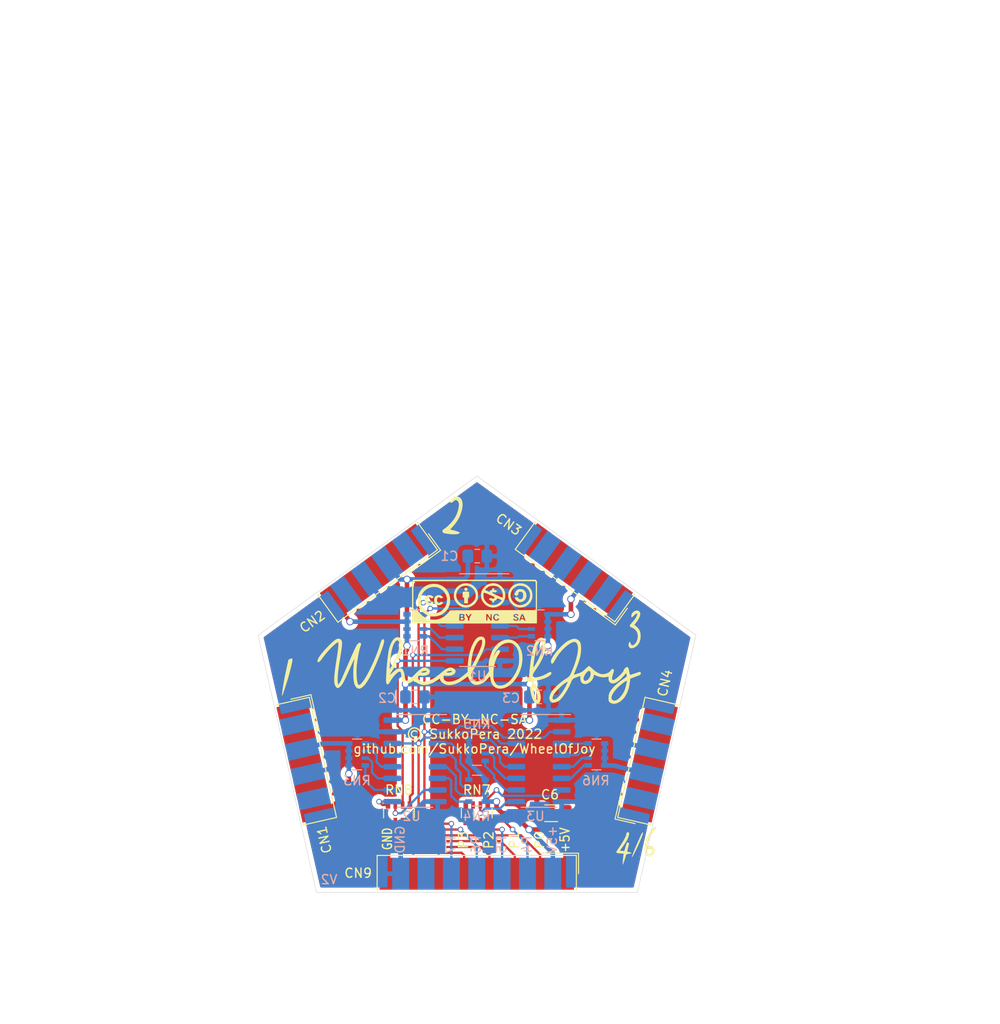
<source format=kicad_pcb>
(kicad_pcb (version 20171130) (host pcbnew 5.1.12)
  (title_block (title WheelOfJoy) (date 2022-10-23) (rev 2git) (company SukkoPera))
  (layers (0 F.Cu signal) (31 B.Cu signal) (36 B.SilkS user) (37 F.SilkS user) (38 B.Mask user hide) (39 F.Mask user) (44 Edge.Cuts user))
  (net 0 "")
  (net 1 GND)
  (net 2 +5V)
  (net 3 "Net-(CN1-Pad6)")
  (net 4 "Net-(CN1-Pad1)")
  (net 5 "Net-(CN1-Pad2)")
  (net 6 "Net-(CN1-Pad4)")
  (net 7 "Net-(CN1-Pad3)")
  (net 8 "Net-(CN2-Pad6)")
  (net 9 "Net-(CN2-Pad1)")
  (net 10 "Net-(CN2-Pad2)")
  (net 11 "Net-(CN2-Pad4)")
  (net 12 "Net-(CN2-Pad3)")
  (net 13 "Net-(CN3-Pad3)")
  (net 14 "Net-(CN3-Pad4)")
  (net 15 "Net-(CN3-Pad2)")
  (net 16 "Net-(CN3-Pad1)")
  (net 17 "Net-(CN3-Pad6)")
  (net 18 "Net-(CN4-Pad6)")
  (net 19 "Net-(CN4-Pad1)")
  (net 20 "Net-(CN4-Pad2)")
  (net 21 "Net-(CN4-Pad4)")
  (net 22 "Net-(CN4-Pad3)")
  (net 23 /d2)
  (net 24 /d0)
  (net 25 /d7)
  (net 26 /d5)
  (net 27 /d6)
  (net 28 /d1)
  (net 29 /d3)
  (net 30 /d4)
  (net 31 "Net-(CN9-Pad10)")
  (net 32 "Net-(CN9-Pad5)")
  (net 33 "Net-(CN9-Pad4)")
  (net 34 "Net-(CN9-Pad3)")
  (net 35 "Net-(CN9-Pad2)")
  (net 36 "Net-(CN1-Pad9)")
  (net 37 "Net-(CN2-Pad9)")
  (net 38 "Net-(CN3-Pad9)")
  (net 39 "Net-(CN4-Pad9)")
  (net 40 "Net-(CN9-Pad14)")
  (net 41 "Net-(CN9-Pad7)")
  (net 42 /~reset)
  (net 43 "Net-(CN9-Pad11)")
  (net 44 "Net-(RN7-Pad1)")
  (net 45 "Net-(RN7-Pad2)")
  (net 46 "Net-(RN7-Pad7)")
  (net 47 "Net-(RN7-Pad8)")
  (module Package_SO:SOIC-16_3.9x9.9mm_P1.27mm (layer B.Cu) (at 148.655 105.793815 180)
    (fp_text reference U1 (at 0 -6.093185 180) (layer B.SilkS) (effects (justify mirror)))
    (fp_text value 74LS153)
    (pad 16 smd roundrect (at 2.475 4.445 180) (size 1.95 0.6) (layers B.Cu B.Paste B.Mask) (net 2 +5V))
    (pad 15 smd roundrect (at 2.475 3.175 180) (size 1.95 0.6) (layers B.Cu B.Paste B.Mask) (net 1 GND))
    (pad 14 smd roundrect (at 2.475 1.905 180) (size 1.95 0.6) (layers B.Cu B.Paste B.Mask) (net 27 /d6))
    (pad 13 smd roundrect (at 2.475 0.635 180) (size 1.95 0.6) (layers B.Cu B.Paste B.Mask) (net 20 "Net-(CN4-Pad2)"))
    (pad 12 smd roundrect (at 2.475 -0.635 180) (size 1.95 0.6) (layers B.Cu B.Paste B.Mask) (net 15 "Net-(CN3-Pad2)"))
    (pad 11 smd roundrect (at 2.475 -1.905 180) (size 1.95 0.6) (layers B.Cu B.Paste B.Mask) (net 10 "Net-(CN2-Pad2)"))
    (pad 10 smd roundrect (at 2.475 -3.175 180) (size 1.95 0.6) (layers B.Cu B.Paste B.Mask) (net 5 "Net-(CN1-Pad2)"))
    (pad 9 smd roundrect (at 2.475 -4.445 180) (size 1.95 0.6) (layers B.Cu B.Paste B.Mask) (net 28 /d1))
    (pad 8 smd roundrect (at -2.475 -4.445 180) (size 1.95 0.6) (layers B.Cu B.Paste B.Mask) (net 1 GND))
    (pad 7 smd roundrect (at -2.475 -3.175 180) (size 1.95 0.6) (layers B.Cu B.Paste B.Mask) (net 24 /d0))
    (pad 6 smd roundrect (at -2.475 -1.905 180) (size 1.95 0.6) (layers B.Cu B.Paste B.Mask) (net 4 "Net-(CN1-Pad1)"))
    (pad 5 smd roundrect (at -2.475 -0.635 180) (size 1.95 0.6) (layers B.Cu B.Paste B.Mask) (net 9 "Net-(CN2-Pad1)"))
    (pad 4 smd roundrect (at -2.475 0.635 180) (size 1.95 0.6) (layers B.Cu B.Paste B.Mask) (net 16 "Net-(CN3-Pad1)"))
    (pad 3 smd roundrect (at -2.475 1.905 180) (size 1.95 0.6) (layers B.Cu B.Paste B.Mask) (net 19 "Net-(CN4-Pad1)"))
    (pad 2 smd roundrect (at -2.475 3.175 180) (size 1.95 0.6) (layers B.Cu B.Paste B.Mask) (net 25 /d7))
    (pad 1 smd roundrect (at -2.475 4.445 180) (size 1.95 0.6) (layers B.Cu B.Paste B.Mask) (net 1 GND))
  )
  (module Package_SO:SOIC-16_3.9x9.9mm_P1.27mm (layer B.Cu) (at 155.386 121.158 180)
    (fp_text reference U3 (at 0.381 -6.038 180) (layer B.SilkS) (effects (justify mirror)))
    (fp_text value 74LS153)
    (pad 16 smd roundrect (at 2.475 4.445 180) (size 1.95 0.6) (layers B.Cu B.Paste B.Mask) (net 2 +5V))
    (pad 15 smd roundrect (at 2.475 3.175 180) (size 1.95 0.6) (layers B.Cu B.Paste B.Mask) (net 1 GND))
    (pad 14 smd roundrect (at 2.475 1.905 180) (size 1.95 0.6) (layers B.Cu B.Paste B.Mask) (net 27 /d6))
    (pad 13 smd roundrect (at 2.475 0.635 180) (size 1.95 0.6) (layers B.Cu B.Paste B.Mask) (net 39 "Net-(CN4-Pad9)"))
    (pad 12 smd roundrect (at 2.475 -0.635 180) (size 1.95 0.6) (layers B.Cu B.Paste B.Mask) (net 38 "Net-(CN3-Pad9)"))
    (pad 11 smd roundrect (at 2.475 -1.905 180) (size 1.95 0.6) (layers B.Cu B.Paste B.Mask) (net 37 "Net-(CN2-Pad9)"))
    (pad 10 smd roundrect (at 2.475 -3.175 180) (size 1.95 0.6) (layers B.Cu B.Paste B.Mask) (net 36 "Net-(CN1-Pad9)"))
    (pad 9 smd roundrect (at 2.475 -4.445 180) (size 1.95 0.6) (layers B.Cu B.Paste B.Mask) (net 26 /d5))
    (pad 8 smd roundrect (at -2.475 -4.445 180) (size 1.95 0.6) (layers B.Cu B.Paste B.Mask) (net 1 GND))
    (pad 7 smd roundrect (at -2.475 -3.175 180) (size 1.95 0.6) (layers B.Cu B.Paste B.Mask) (net 30 /d4))
    (pad 6 smd roundrect (at -2.475 -1.905 180) (size 1.95 0.6) (layers B.Cu B.Paste B.Mask) (net 3 "Net-(CN1-Pad6)"))
    (pad 5 smd roundrect (at -2.475 -0.635 180) (size 1.95 0.6) (layers B.Cu B.Paste B.Mask) (net 8 "Net-(CN2-Pad6)"))
    (pad 4 smd roundrect (at -2.475 0.635 180) (size 1.95 0.6) (layers B.Cu B.Paste B.Mask) (net 17 "Net-(CN3-Pad6)"))
    (pad 3 smd roundrect (at -2.475 1.905 180) (size 1.95 0.6) (layers B.Cu B.Paste B.Mask) (net 18 "Net-(CN4-Pad6)"))
    (pad 2 smd roundrect (at -2.475 3.175 180) (size 1.95 0.6) (layers B.Cu B.Paste B.Mask) (net 25 /d7))
    (pad 1 smd roundrect (at -2.475 4.445 180) (size 1.95 0.6) (layers B.Cu B.Paste B.Mask) (net 1 GND))
  )
  (module Package_SO:SOIC-16_3.9x9.9mm_P1.27mm (layer B.Cu) (at 141.844112 121.158 180)
    (fp_text reference U2 (at 0.381 -6.038 180) (layer B.SilkS) (effects (justify mirror)))
    (fp_text value 74LS153)
    (pad 1 smd roundrect (at -2.475 4.445 180) (size 1.95 0.6) (layers B.Cu B.Paste B.Mask) (net 1 GND))
    (pad 2 smd roundrect (at -2.475 3.175 180) (size 1.95 0.6) (layers B.Cu B.Paste B.Mask) (net 25 /d7))
    (pad 3 smd roundrect (at -2.475 1.905 180) (size 1.95 0.6) (layers B.Cu B.Paste B.Mask) (net 22 "Net-(CN4-Pad3)"))
    (pad 4 smd roundrect (at -2.475 0.635 180) (size 1.95 0.6) (layers B.Cu B.Paste B.Mask) (net 13 "Net-(CN3-Pad3)"))
    (pad 5 smd roundrect (at -2.475 -0.635 180) (size 1.95 0.6) (layers B.Cu B.Paste B.Mask) (net 12 "Net-(CN2-Pad3)"))
    (pad 6 smd roundrect (at -2.475 -1.905 180) (size 1.95 0.6) (layers B.Cu B.Paste B.Mask) (net 7 "Net-(CN1-Pad3)"))
    (pad 7 smd roundrect (at -2.475 -3.175 180) (size 1.95 0.6) (layers B.Cu B.Paste B.Mask) (net 23 /d2))
    (pad 8 smd roundrect (at -2.475 -4.445 180) (size 1.95 0.6) (layers B.Cu B.Paste B.Mask) (net 1 GND))
    (pad 9 smd roundrect (at 2.475 -4.445 180) (size 1.95 0.6) (layers B.Cu B.Paste B.Mask) (net 29 /d3))
    (pad 10 smd roundrect (at 2.475 -3.175 180) (size 1.95 0.6) (layers B.Cu B.Paste B.Mask) (net 6 "Net-(CN1-Pad4)"))
    (pad 11 smd roundrect (at 2.475 -1.905 180) (size 1.95 0.6) (layers B.Cu B.Paste B.Mask) (net 11 "Net-(CN2-Pad4)"))
    (pad 12 smd roundrect (at 2.475 -0.635 180) (size 1.95 0.6) (layers B.Cu B.Paste B.Mask) (net 14 "Net-(CN3-Pad4)"))
    (pad 13 smd roundrect (at 2.475 0.635 180) (size 1.95 0.6) (layers B.Cu B.Paste B.Mask) (net 21 "Net-(CN4-Pad4)"))
    (pad 14 smd roundrect (at 2.475 1.905 180) (size 1.95 0.6) (layers B.Cu B.Paste B.Mask) (net 27 /d6))
    (pad 15 smd roundrect (at 2.475 3.175 180) (size 1.95 0.6) (layers B.Cu B.Paste B.Mask) (net 1 GND))
    (pad 16 smd roundrect (at 2.475 4.445 180) (size 1.95 0.6) (layers B.Cu B.Paste B.Mask) (net 2 +5V))
  )
  (module WheelOfJoy:port4 (layer F.Cu) (at 165.989 130.429)
    (fp_text reference V5 hide)
    (fp_text value PORT4_NO hide)
  )
  (module WheelOfJoy:port1 (layer F.Cu) (at 128.905 112.014)
    (fp_text reference V2 hide)
    (fp_text value PORT1_NO hide)
  )
  (module WheelOfJoy:port2 (layer F.Cu) (at 146.431 94.361)
    (fp_text reference V3 hide)
    (fp_text value PORT2_NO hide)
  )
  (module WheelOfJoy:port3 (layer F.Cu) (at 166.751 106.807)
    (fp_text reference V4 hide)
    (fp_text value PORT3_NO hide)
  )
  (module WheelOfJoy:logo (layer F.Cu) (at 148.844 111.252)
    (fp_text reference V0 hide)
    (fp_text value LOGO hide)
  )
  (module Connector_Dsub:DSUB-9_Male_EdgeMount_P2.77mm (layer F.Cu) (at 129.836621 121.216673 282.8)
    (fp_text reference CN1 (at 8.815495 -0.16981 102.8 unlocked) (layer F.SilkS))
    (fp_text value JOY1)
    (pad 1 smd rect (at -5.54 0 282.8) (size 1.846667 3.48) (layers F.Cu F.Paste F.Mask) (net 4 "Net-(CN1-Pad1)"))
    (pad 2 smd rect (at -2.77 0 282.8) (size 1.846667 3.48) (layers F.Cu F.Paste F.Mask) (net 5 "Net-(CN1-Pad2)"))
    (pad 3 smd rect (at 0 0 282.8) (size 1.846667 3.48) (layers F.Cu F.Paste F.Mask) (net 7 "Net-(CN1-Pad3)"))
    (pad 4 smd rect (at 2.77 0 282.8) (size 1.846667 3.48) (layers F.Cu F.Paste F.Mask) (net 6 "Net-(CN1-Pad4)"))
    (pad 5 smd rect (at 5.54 0 282.8) (size 1.846667 3.48) (layers F.Cu F.Paste F.Mask) (net 2 +5V))
    (pad 6 smd rect (at -4.155 0 282.8) (size 1.846667 3.48) (layers B.Cu B.Paste B.Mask) (net 3 "Net-(CN1-Pad6)"))
    (pad 7 smd rect (at -1.385 0 282.8) (size 1.846667 3.48) (layers B.Cu B.Paste B.Mask) (net 2 +5V))
    (pad 8 smd rect (at 1.385 0 282.8) (size 1.846667 3.48) (layers B.Cu B.Paste B.Mask) (net 1 GND))
    (pad 9 smd rect (at 4.155 0 282.8) (size 1.846667 3.48) (layers B.Cu B.Paste B.Mask) (net 36 "Net-(CN1-Pad9)"))
  )
  (module Connector_Dsub:DSUB-9_Male_EdgeMount_P2.77mm (layer F.Cu) (at 137.690511 100.457 216)
    (fp_text reference CN2 (at 8.952565 -0.306876 36 unlocked) (layer F.SilkS))
    (fp_text value JOY2)
    (pad 9 smd rect (at 4.155 0 216) (size 1.846667 3.48) (layers B.Cu B.Paste B.Mask) (net 37 "Net-(CN2-Pad9)"))
    (pad 8 smd rect (at 1.385 0 216) (size 1.846667 3.48) (layers B.Cu B.Paste B.Mask) (net 1 GND))
    (pad 7 smd rect (at -1.385001 0 216) (size 1.846667 3.48) (layers B.Cu B.Paste B.Mask) (net 2 +5V))
    (pad 6 smd rect (at -4.155 0 216) (size 1.846667 3.48) (layers B.Cu B.Paste B.Mask) (net 8 "Net-(CN2-Pad6)"))
    (pad 5 smd rect (at 5.54 0 216) (size 1.846667 3.48) (layers F.Cu F.Paste F.Mask) (net 2 +5V))
    (pad 4 smd rect (at 2.77 0 216) (size 1.846667 3.48) (layers F.Cu F.Paste F.Mask) (net 11 "Net-(CN2-Pad4)"))
    (pad 3 smd rect (at 0 0 216) (size 1.846667 3.48) (layers F.Cu F.Paste F.Mask) (net 12 "Net-(CN2-Pad3)"))
    (pad 2 smd rect (at -2.77 0 216) (size 1.846667 3.48) (layers F.Cu F.Paste F.Mask) (net 10 "Net-(CN2-Pad2)"))
    (pad 1 smd rect (at -5.54 0 216) (size 1.846667 3.48) (layers F.Cu F.Paste F.Mask) (net 9 "Net-(CN2-Pad1)"))
  )
  (module Connector_Dsub:DSUB-9_Male_EdgeMount_P2.77mm (layer F.Cu) (at 159.407511 100.404917 144)
    (fp_text reference CN3 (at 8.91867 -0.215738 144) (layer F.SilkS))
    (fp_text value JOY3)
    (pad 9 smd rect (at 4.155 0 144) (size 1.846667 3.48) (layers B.Cu B.Paste B.Mask) (net 38 "Net-(CN3-Pad9)"))
    (pad 8 smd rect (at 1.385 0 144) (size 1.846667 3.48) (layers B.Cu B.Paste B.Mask) (net 1 GND))
    (pad 7 smd rect (at -1.385 0 144) (size 1.846667 3.48) (layers B.Cu B.Paste B.Mask) (net 2 +5V))
    (pad 6 smd rect (at -4.155 0 144) (size 1.846667 3.48) (layers B.Cu B.Paste B.Mask) (net 17 "Net-(CN3-Pad6)"))
    (pad 5 smd rect (at 5.54 0 144) (size 1.846667 3.48) (layers F.Cu F.Paste F.Mask) (net 2 +5V))
    (pad 4 smd rect (at 2.77 0 144) (size 1.846667 3.48) (layers F.Cu F.Paste F.Mask) (net 14 "Net-(CN3-Pad4)"))
    (pad 3 smd rect (at 0 0 144) (size 1.846667 3.48) (layers F.Cu F.Paste F.Mask) (net 13 "Net-(CN3-Pad3)"))
    (pad 2 smd rect (at -2.77 0 144) (size 1.846667 3.48) (layers F.Cu F.Paste F.Mask) (net 15 "Net-(CN3-Pad2)"))
    (pad 1 smd rect (at -5.54 0 144) (size 1.846667 3.48) (layers F.Cu F.Paste F.Mask) (net 16 "Net-(CN3-Pad1)"))
  )
  (module Connector_Dsub:DSUB-9_Male_EdgeMount_P2.77mm (layer F.Cu) (at 167.428621 121.216673 77.2)
    (fp_text reference CN4 (at 8.723367 -0.21881 77.2) (layer F.SilkS))
    (fp_text value JOY4)
    (pad 1 smd rect (at -5.54 0 77.2) (size 1.846667 3.48) (layers F.Cu F.Paste F.Mask) (net 19 "Net-(CN4-Pad1)"))
    (pad 2 smd rect (at -2.77 0 77.2) (size 1.846667 3.48) (layers F.Cu F.Paste F.Mask) (net 20 "Net-(CN4-Pad2)"))
    (pad 3 smd rect (at 0 0 77.2) (size 1.846667 3.48) (layers F.Cu F.Paste F.Mask) (net 22 "Net-(CN4-Pad3)"))
    (pad 4 smd rect (at 2.77 0 77.2) (size 1.846667 3.48) (layers F.Cu F.Paste F.Mask) (net 21 "Net-(CN4-Pad4)"))
    (pad 5 smd rect (at 5.54 0 77.2) (size 1.846667 3.48) (layers F.Cu F.Paste F.Mask) (net 2 +5V))
    (pad 6 smd rect (at -4.155 0 77.2) (size 1.846667 3.48) (layers B.Cu B.Paste B.Mask) (net 18 "Net-(CN4-Pad6)"))
    (pad 7 smd rect (at -1.385 0 77.2) (size 1.846667 3.48) (layers B.Cu B.Paste B.Mask) (net 2 +5V))
    (pad 8 smd rect (at 1.385 0 77.2) (size 1.846667 3.48) (layers B.Cu B.Paste B.Mask) (net 1 GND))
    (pad 9 smd rect (at 4.155 0 77.2) (size 1.846667 3.48) (layers B.Cu B.Paste B.Mask) (net 39 "Net-(CN4-Pad9)"))
  )
  (module Connector_Dsub:DSUB-15_Female_EdgeMount_P2.77mm (layer F.Cu) (at 148.59 133.477)
    (fp_text reference CN9 (at -12.954 -0.0675 180) (layer F.SilkS))
    (fp_text value DB15F)
    (pad 15 smd rect (at -8.31 0) (size 1.846667 3.48) (layers B.Cu B.Paste B.Mask) (net 1 GND))
    (pad 14 smd rect (at -5.54 0) (size 1.846667 3.48) (layers B.Cu B.Paste B.Mask) (net 40 "Net-(CN9-Pad14)"))
    (pad 13 smd rect (at -2.77 0) (size 1.846667 3.48) (layers B.Cu B.Paste B.Mask) (net 25 /d7))
    (pad 12 smd rect (at 0 0) (size 1.846667 3.48) (layers B.Cu B.Paste B.Mask) (net 27 /d6))
    (pad 11 smd rect (at 2.77 0) (size 1.846667 3.48) (layers B.Cu B.Paste B.Mask) (net 43 "Net-(CN9-Pad11)"))
    (pad 10 smd rect (at 5.54 0) (size 1.846667 3.48) (layers B.Cu B.Paste B.Mask) (net 31 "Net-(CN9-Pad10)"))
    (pad 9 smd rect (at 8.31 0) (size 1.846667 3.48) (layers B.Cu B.Paste B.Mask) (net 2 +5V))
    (pad 8 smd rect (at -9.695 0) (size 1.846667 3.48) (layers F.Cu F.Paste F.Mask) (net 1 GND))
    (pad 7 smd rect (at -6.925 0) (size 1.846667 3.48) (layers F.Cu F.Paste F.Mask) (net 41 "Net-(CN9-Pad7)"))
    (pad 6 smd rect (at -4.155 0) (size 1.846667 3.48) (layers F.Cu F.Paste F.Mask) (net 42 /~reset))
    (pad 5 smd rect (at -1.385 0) (size 1.846667 3.48) (layers F.Cu F.Paste F.Mask) (net 32 "Net-(CN9-Pad5)"))
    (pad 4 smd rect (at 1.385 0) (size 1.846667 3.48) (layers F.Cu F.Paste F.Mask) (net 33 "Net-(CN9-Pad4)"))
    (pad 3 smd rect (at 4.155 0) (size 1.846667 3.48) (layers F.Cu F.Paste F.Mask) (net 34 "Net-(CN9-Pad3)"))
    (pad 2 smd rect (at 6.925 0) (size 1.846667 3.48) (layers F.Cu F.Paste F.Mask) (net 35 "Net-(CN9-Pad2)"))
    (pad 1 smd rect (at 9.695 0) (size 1.846667 3.48) (layers F.Cu F.Paste F.Mask) (net 2 +5V))
  )
  (module WheelOfJoy:cc_by_nc_sa (layer F.Cu) (at 148.336 103.759)
    (fp_text reference V1 hide)
    (fp_text value OSHW_LOGO hide)
  )
  (module Resistor_SMD:R_Array_Convex_4x0603 (layer B.Cu) (at 141.87 106.358815 180)
    (fp_text reference RN1 (at 0 -2.788) (layer B.SilkS) (effects (justify mirror)))
    (fp_text value 4.7k)
    (pad 1 smd rect (at -0.9 1.2 180) (size 0.8 0.5) (layers B.Cu B.Paste B.Mask) (net 20 "Net-(CN4-Pad2)"))
    (pad 3 smd rect (at -0.9 -0.4 180) (size 0.8 0.4) (layers B.Cu B.Paste B.Mask) (net 10 "Net-(CN2-Pad2)"))
    (pad 2 smd rect (at -0.9 0.4 180) (size 0.8 0.4) (layers B.Cu B.Paste B.Mask) (net 15 "Net-(CN3-Pad2)"))
    (pad 4 smd rect (at -0.9 -1.2 180) (size 0.8 0.5) (layers B.Cu B.Paste B.Mask) (net 5 "Net-(CN1-Pad2)"))
    (pad 7 smd rect (at 0.9 0.4 180) (size 0.8 0.4) (layers B.Cu B.Paste B.Mask) (net 2 +5V))
    (pad 8 smd rect (at 0.9 1.2 180) (size 0.8 0.5) (layers B.Cu B.Paste B.Mask) (net 2 +5V))
    (pad 6 smd rect (at 0.9 -0.4 180) (size 0.8 0.4) (layers B.Cu B.Paste B.Mask) (net 2 +5V))
    (pad 5 smd rect (at 0.9 -1.2 180) (size 0.8 0.5) (layers B.Cu B.Paste B.Mask) (net 2 +5V))
  )
  (module Resistor_SMD:R_Array_Convex_4x0603 (layer B.Cu) (at 155.459 106.358815 180)
    (fp_text reference RN2 (at 0 -2.788) (layer B.SilkS) (effects (justify mirror)))
    (fp_text value 4.7k)
    (pad 5 smd rect (at 0.9 -1.2 180) (size 0.8 0.5) (layers B.Cu B.Paste B.Mask) (net 4 "Net-(CN1-Pad1)"))
    (pad 6 smd rect (at 0.9 -0.4 180) (size 0.8 0.4) (layers B.Cu B.Paste B.Mask) (net 9 "Net-(CN2-Pad1)"))
    (pad 8 smd rect (at 0.9 1.2 180) (size 0.8 0.5) (layers B.Cu B.Paste B.Mask) (net 19 "Net-(CN4-Pad1)"))
    (pad 7 smd rect (at 0.9 0.4 180) (size 0.8 0.4) (layers B.Cu B.Paste B.Mask) (net 16 "Net-(CN3-Pad1)"))
    (pad 4 smd rect (at -0.9 -1.2 180) (size 0.8 0.5) (layers B.Cu B.Paste B.Mask) (net 2 +5V))
    (pad 2 smd rect (at -0.9 0.4 180) (size 0.8 0.4) (layers B.Cu B.Paste B.Mask) (net 2 +5V))
    (pad 3 smd rect (at -0.9 -0.4 180) (size 0.8 0.4) (layers B.Cu B.Paste B.Mask) (net 2 +5V))
    (pad 1 smd rect (at -0.9 1.2 180) (size 0.8 0.5) (layers B.Cu B.Paste B.Mask) (net 2 +5V))
  )
  (module Capacitor_SMD:C_0805_2012Metric_Pad1.18x1.45mm_HandSolder (layer B.Cu) (at 148.655 98.806)
    (fp_text reference C1 (at -3.048 0) (layer B.SilkS) (effects (justify mirror)))
    (fp_text value 100n)
    (pad 1 smd roundrect (at -1.0375 0) (size 1.175 1.45) (layers B.Cu B.Paste B.Mask) (roundrect_rratio 0.212766) (net 2 +5V))
    (pad 2 smd roundrect (at 1.0375 0) (size 1.175 1.45) (layers B.Cu B.Paste B.Mask) (roundrect_rratio 0.212766) (net 1 GND))
  )
  (module Capacitor_SMD:C_0805_2012Metric_Pad1.18x1.45mm_HandSolder (layer B.Cu) (at 141.844112 114.173)
    (fp_text reference C2 (at -3.048 0.127) (layer B.SilkS) (effects (justify mirror)))
    (fp_text value 100n)
    (pad 2 smd roundrect (at 1.0375 0) (size 1.175 1.45) (layers B.Cu B.Paste B.Mask) (roundrect_rratio 0.212766) (net 1 GND))
    (pad 1 smd roundrect (at -1.0375 0) (size 1.175 1.45) (layers B.Cu B.Paste B.Mask) (roundrect_rratio 0.212766) (net 2 +5V))
  )
  (module Capacitor_SMD:C_0805_2012Metric_Pad1.18x1.45mm_HandSolder (layer B.Cu) (at 155.386 114.173)
    (fp_text reference C3 (at -3.048 0.127) (layer B.SilkS) (effects (justify mirror)))
    (fp_text value 100n)
    (pad 1 smd roundrect (at -1.0375 0) (size 1.175 1.45) (layers B.Cu B.Paste B.Mask) (roundrect_rratio 0.212766) (net 2 +5V))
    (pad 2 smd roundrect (at 1.0375 0) (size 1.175 1.45) (layers B.Cu B.Paste B.Mask) (roundrect_rratio 0.212766) (net 1 GND))
  )
  (module Capacitor_SMD:C_1206_3216Metric_Pad1.33x1.80mm_HandSolder (layer F.Cu) (at 156.7225 126.873 180)
    (fp_text reference C6 (at 0.1315 2.032) (layer F.SilkS))
    (fp_text value 100u)
    (pad 1 smd roundrect (at -1.5625 0 180) (size 1.325 1.8) (layers F.Cu F.Paste F.Mask) (roundrect_rratio 0.188679) (net 2 +5V))
    (pad 2 smd roundrect (at 1.5625 0 180) (size 1.325 1.8) (layers F.Cu F.Paste F.Mask) (roundrect_rratio 0.188679) (net 1 GND))
  )
  (module Resistor_SMD:R_Array_Convex_4x0603 (layer F.Cu) (at 148.59 126.873 90)
    (fp_text reference RN7 (at 2.54 0 180) (layer F.SilkS))
    (fp_text value 100)
    (pad 1 smd rect (at -0.9 -1.2 90) (size 0.8 0.5) (layers F.Cu F.Paste F.Mask) (net 44 "Net-(RN7-Pad1)"))
    (pad 3 smd rect (at -0.9 0.4 90) (size 0.8 0.4) (layers F.Cu F.Paste F.Mask) (net 43 "Net-(CN9-Pad11)"))
    (pad 2 smd rect (at -0.9 -0.4 90) (size 0.8 0.4) (layers F.Cu F.Paste F.Mask) (net 45 "Net-(RN7-Pad2)"))
    (pad 4 smd rect (at -0.9 1.2 90) (size 0.8 0.5) (layers F.Cu F.Paste F.Mask) (net 31 "Net-(CN9-Pad10)"))
    (pad 7 smd rect (at 0.9 -0.4 90) (size 0.8 0.4) (layers F.Cu F.Paste F.Mask) (net 46 "Net-(RN7-Pad7)"))
    (pad 8 smd rect (at 0.9 -1.2 90) (size 0.8 0.5) (layers F.Cu F.Paste F.Mask) (net 47 "Net-(RN7-Pad8)"))
    (pad 6 smd rect (at 0.9 0.4 90) (size 0.8 0.4) (layers F.Cu F.Paste F.Mask) (net 26 /d5))
    (pad 5 smd rect (at 0.9 1.2 90) (size 0.8 0.5) (layers F.Cu F.Paste F.Mask) (net 30 /d4))
  )
  (module Resistor_SMD:R_Array_Convex_4x0603 (layer F.Cu) (at 140.095 126.873 90)
    (fp_text reference RN8 (at 2.54 -0.014 180) (layer F.SilkS))
    (fp_text value 100)
    (pad 5 smd rect (at 0.9 1.2 90) (size 0.8 0.5) (layers F.Cu F.Paste F.Mask) (net 24 /d0))
    (pad 6 smd rect (at 0.9 0.4 90) (size 0.8 0.4) (layers F.Cu F.Paste F.Mask) (net 28 /d1))
    (pad 8 smd rect (at 0.9 -1.2 90) (size 0.8 0.5) (layers F.Cu F.Paste F.Mask) (net 29 /d3))
    (pad 7 smd rect (at 0.9 -0.4 90) (size 0.8 0.4) (layers F.Cu F.Paste F.Mask) (net 23 /d2))
    (pad 4 smd rect (at -0.9 1.2 90) (size 0.8 0.5) (layers F.Cu F.Paste F.Mask) (net 35 "Net-(CN9-Pad2)"))
    (pad 2 smd rect (at -0.9 -0.4 90) (size 0.8 0.4) (layers F.Cu F.Paste F.Mask) (net 33 "Net-(CN9-Pad4)"))
    (pad 3 smd rect (at -0.9 0.4 90) (size 0.8 0.4) (layers F.Cu F.Paste F.Mask) (net 34 "Net-(CN9-Pad3)"))
    (pad 1 smd rect (at -0.9 -1.2 90) (size 0.8 0.5) (layers F.Cu F.Paste F.Mask) (net 32 "Net-(CN9-Pad5)"))
  )
  (module Resistor_SMD:R_Array_Convex_4x0603 (layer B.Cu) (at 135.517513 120.453 180)
    (fp_text reference RN3 (at 0 -2.862327) (layer B.SilkS) (effects (justify mirror)))
    (fp_text value 4.7k)
    (pad 1 smd rect (at -0.9 1.2 180) (size 0.8 0.5) (layers B.Cu B.Paste B.Mask) (net 21 "Net-(CN4-Pad4)"))
    (pad 3 smd rect (at -0.9 -0.4 180) (size 0.8 0.4) (layers B.Cu B.Paste B.Mask) (net 11 "Net-(CN2-Pad4)"))
    (pad 2 smd rect (at -0.9 0.4 180) (size 0.8 0.4) (layers B.Cu B.Paste B.Mask) (net 14 "Net-(CN3-Pad4)"))
    (pad 4 smd rect (at -0.9 -1.2 180) (size 0.8 0.5) (layers B.Cu B.Paste B.Mask) (net 6 "Net-(CN1-Pad4)"))
    (pad 7 smd rect (at 0.9 0.4 180) (size 0.8 0.4) (layers B.Cu B.Paste B.Mask) (net 2 +5V))
    (pad 8 smd rect (at 0.9 1.2 180) (size 0.8 0.5) (layers B.Cu B.Paste B.Mask) (net 2 +5V))
    (pad 6 smd rect (at 0.9 -0.4 180) (size 0.8 0.4) (layers B.Cu B.Paste B.Mask) (net 2 +5V))
    (pad 5 smd rect (at 0.9 -1.2 180) (size 0.8 0.5) (layers B.Cu B.Paste B.Mask) (net 2 +5V))
  )
  (module Resistor_SMD:R_Array_Convex_4x0603 (layer B.Cu) (at 148.615056 124.403 180)
    (fp_text reference RN4 (at 0.04262 -2.794) (layer B.SilkS) (effects (justify mirror)))
    (fp_text value 4.7k)
    (pad 1 smd rect (at -0.9 1.2 180) (size 0.8 0.5) (layers B.Cu B.Paste B.Mask) (net 2 +5V))
    (pad 3 smd rect (at -0.9 -0.4 180) (size 0.8 0.4) (layers B.Cu B.Paste B.Mask) (net 2 +5V))
    (pad 2 smd rect (at -0.9 0.4 180) (size 0.8 0.4) (layers B.Cu B.Paste B.Mask) (net 2 +5V))
    (pad 4 smd rect (at -0.9 -1.2 180) (size 0.8 0.5) (layers B.Cu B.Paste B.Mask) (net 2 +5V))
    (pad 7 smd rect (at 0.9 0.4 180) (size 0.8 0.4) (layers B.Cu B.Paste B.Mask) (net 13 "Net-(CN3-Pad3)"))
    (pad 8 smd rect (at 0.9 1.2 180) (size 0.8 0.5) (layers B.Cu B.Paste B.Mask) (net 22 "Net-(CN4-Pad3)"))
    (pad 6 smd rect (at 0.9 -0.4 180) (size 0.8 0.4) (layers B.Cu B.Paste B.Mask) (net 12 "Net-(CN2-Pad3)"))
    (pad 5 smd rect (at 0.9 -1.2 180) (size 0.8 0.5) (layers B.Cu B.Paste B.Mask) (net 7 "Net-(CN1-Pad3)"))
  )
  (module Resistor_SMD:R_Array_Convex_4x0603 (layer B.Cu) (at 148.615056 119.958 180)
    (fp_text reference RN5 (at 0 2.8) (layer B.SilkS) (effects (justify mirror)))
    (fp_text value 4.7k)
    (pad 5 smd rect (at 0.9 -1.2 180) (size 0.8 0.5) (layers B.Cu B.Paste B.Mask) (net 2 +5V))
    (pad 6 smd rect (at 0.9 -0.4 180) (size 0.8 0.4) (layers B.Cu B.Paste B.Mask) (net 2 +5V))
    (pad 8 smd rect (at 0.9 1.2 180) (size 0.8 0.5) (layers B.Cu B.Paste B.Mask) (net 2 +5V))
    (pad 7 smd rect (at 0.9 0.4 180) (size 0.8 0.4) (layers B.Cu B.Paste B.Mask) (net 2 +5V))
    (pad 4 smd rect (at -0.9 -1.2 180) (size 0.8 0.5) (layers B.Cu B.Paste B.Mask) (net 36 "Net-(CN1-Pad9)"))
    (pad 2 smd rect (at -0.9 0.4 180) (size 0.8 0.4) (layers B.Cu B.Paste B.Mask) (net 38 "Net-(CN3-Pad9)"))
    (pad 3 smd rect (at -0.9 -0.4 180) (size 0.8 0.4) (layers B.Cu B.Paste B.Mask) (net 37 "Net-(CN2-Pad9)"))
    (pad 1 smd rect (at -0.9 1.2 180) (size 0.8 0.5) (layers B.Cu B.Paste B.Mask) (net 39 "Net-(CN4-Pad9)"))
  )
  (module Resistor_SMD:R_Array_Convex_4x0603 (layer B.Cu) (at 161.66 120.453 180)
    (fp_text reference RN6 (at 0.059164 -2.862327) (layer B.SilkS) (effects (justify mirror)))
    (fp_text value 4.7k)
    (pad 1 smd rect (at -0.9 1.2 180) (size 0.8 0.5) (layers B.Cu B.Paste B.Mask) (net 2 +5V))
    (pad 3 smd rect (at -0.9 -0.4 180) (size 0.8 0.4) (layers B.Cu B.Paste B.Mask) (net 2 +5V))
    (pad 2 smd rect (at -0.9 0.4 180) (size 0.8 0.4) (layers B.Cu B.Paste B.Mask) (net 2 +5V))
    (pad 4 smd rect (at -0.9 -1.2 180) (size 0.8 0.5) (layers B.Cu B.Paste B.Mask) (net 2 +5V))
    (pad 7 smd rect (at 0.9 0.4 180) (size 0.8 0.4) (layers B.Cu B.Paste B.Mask) (net 17 "Net-(CN3-Pad6)"))
    (pad 8 smd rect (at 0.9 1.2 180) (size 0.8 0.5) (layers B.Cu B.Paste B.Mask) (net 18 "Net-(CN4-Pad6)"))
    (pad 6 smd rect (at 0.9 -0.4 180) (size 0.8 0.4) (layers B.Cu B.Paste B.Mask) (net 8 "Net-(CN2-Pad6)"))
    (pad 5 smd rect (at 0.9 -1.2 180) (size 0.8 0.5) (layers B.Cu B.Paste B.Mask) (net 3 "Net-(CN1-Pad6)"))
  )
  (gr_text V2 (at 132.461 134.112) (layer B.SilkS) (effects (font (size 1 1)) (justify mirror)))
  (gr_text +5V (at 156.8325 129.754381 90) (layer B.SilkS) (effects (font (size 1 1)) (justify mirror)))
  (gr_text GND (at 140.2125 129.754381 90) (layer B.SilkS) (effects (font (size 1 1)) (justify mirror)))
  (gr_text P7 (at 145.7525 130.302 90) (layer B.SilkS) (effects (font (size 1 1)) (justify mirror)))
  (gr_text P6 (at 148.5225 130.302 90) (layer B.SilkS) (effects (font (size 1 1)) (justify mirror)))
  (gr_text P5 (at 151.2925 130.302 90) (layer B.SilkS) (effects (font (size 1 1)) (justify mirror)))
  (gr_text P4 (at 154.0625 130.302 90) (layer B.SilkS) (effects (font (size 1 1)) (justify mirror)))
  (gr_text +5V (at 158.2175 129.794 90) (layer F.SilkS) (effects (font (size 1 0.9))))
  (gr_text GND (at 138.8275 129.667 90) (layer F.SilkS) (effects (font (size 1 0.8))))
  (gr_text P3 (at 147.1375 129.794 90) (layer F.SilkS) (effects (font (size 1 1))))
  (gr_text P2 (at 149.9075 129.794 90) (layer F.SilkS) (effects (font (size 1 1))))
  (gr_text P1 (at 152.6775 129.794 90) (layer F.SilkS) (effects (font (size 1 1))))
  (gr_text P0 (at 155.4475 129.794 90) (layer F.SilkS) (effects (font (size 1 1))))
  (gr_text "CC-BY-NC-SA\n© SukkoPera 2022\ngithub.com/SukkoPera/WheelOfJoy" (at 148.336 118.237) (layer F.SilkS) (effects (font (size 1 1))))
  (gr_line (start 172.5295 107.442) (end 148.6154 90.0684) (layer Edge.Cuts) (width 0.05))
  (gr_line (start 166.1414 135.509) (end 172.5295 107.442) (layer Edge.Cuts) (width 0.05))
  (gr_line (start 124.714 107.442) (end 148.6154 90.0684) (layer Edge.Cuts) (width 0.05))
  (gr_line (start 131.0894 135.509) (end 124.714 107.442) (layer Edge.Cuts) (width 0.05))
  (gr_line (start 166.1414 135.509) (end 131.0894 135.509) (layer Edge.Cuts) (width 0.05))
  (segment (start 162.56 121.653) (end 162.56 120.853) (width 0.5) (layer B.Cu) (net 2))
  (segment (start 162.56 120.853) (end 162.56 120.053) (width 0.5) (layer B.Cu) (net 2))
  (segment (start 162.56 120.053) (end 162.56 119.253) (width 0.5) (layer B.Cu) (net 2))
  (segment (start 163.576 121.666) (end 167.121776 122.567255) (width 0.5) (layer B.Cu) (net 2))
  (segment (start 162.56 121.653) (end 163.576 121.666) (width 0.5) (layer B.Cu) (net 2))
  (segment (start 149.515056 125.603) (end 149.515056 124.803) (width 0.5) (layer B.Cu) (net 2))
  (segment (start 149.515056 124.803) (end 149.515056 124.003) (width 0.5) (layer B.Cu) (net 2))
  (segment (start 149.515056 124.003) (end 149.515056 123.203) (width 0.5) (layer B.Cu) (net 2))
  (segment (start 147.715056 121.158) (end 147.715056 120.358) (width 0.5) (layer B.Cu) (net 2))
  (segment (start 147.715056 120.358) (end 147.715056 119.558) (width 0.5) (layer B.Cu) (net 2))
  (segment (start 147.715056 119.558) (end 147.715056 118.758) (width 0.5) (layer B.Cu) (net 2))
  (segment (start 149.515056 123.099056) (end 149.515056 123.203) (width 0.5) (layer B.Cu) (net 2))
  (segment (start 147.715056 121.299056) (end 149.515056 123.099056) (width 0.5) (layer B.Cu) (net 2))
  (segment (start 147.715056 121.158) (end 147.715056 121.299056) (width 0.5) (layer B.Cu) (net 2))
  (segment (start 147.6175 98.806) (end 147.6175 100.9215) (width 0.5) (layer B.Cu) (net 2))
  (segment (start 147.190185 101.348815) (end 146.18 101.348815) (width 0.5) (layer B.Cu) (net 2))
  (segment (start 147.6175 100.9215) (end 147.190185 101.348815) (width 0.5) (layer B.Cu) (net 2))
  (segment (start 156.359 105.158815) (end 156.359 105.958815) (width 0.5) (layer B.Cu) (net 2))
  (segment (start 156.359 105.958815) (end 156.359 106.758815) (width 0.5) (layer B.Cu) (net 2))
  (segment (start 156.359 106.758815) (end 156.359 107.558815) (width 0.5) (layer B.Cu) (net 2))
  (segment (start 140.97 105.158815) (end 140.97 105.958815) (width 0.5) (layer B.Cu) (net 2))
  (segment (start 140.97 105.958815) (end 140.97 106.758815) (width 0.5) (layer B.Cu) (net 2))
  (segment (start 140.97 106.758815) (end 140.97 107.558815) (width 0.5) (layer B.Cu) (net 2))
  (via (at 140.806612 112.776) (size 0.8) (drill 0.6) (layers F.Cu B.Cu) (net 2))
  (segment (start 140.806612 112.812388) (end 140.843 112.776) (width 0.5) (layer B.Cu) (net 2))
  (segment (start 140.806612 114.173) (end 140.806612 112.812388) (width 0.5) (layer B.Cu) (net 2))
  (via (at 140.97 108.585) (size 0.8) (drill 0.6) (layers F.Cu B.Cu) (net 2))
  (segment (start 140.97 108.585) (end 140.97 107.558815) (width 0.5) (layer B.Cu) (net 2))
  (via (at 134.747 105.958815) (size 0.8) (drill 0.6) (layers F.Cu B.Cu) (net 2))
  (segment (start 140.97 105.958815) (end 134.874 105.958815) (width 0.5) (layer B.Cu) (net 2))
  (segment (start 133.208557 103.71333) (end 133.208557 104.252557) (width 0.5) (layer F.Cu) (net 2))
  (segment (start 134.239 105.283) (end 133.208557 103.71333) (width 0.5) (layer F.Cu) (net 2))
  (segment (start 134.747 105.958815) (end 134.239 105.283) (width 0.5) (layer F.Cu) (net 2))
  (segment (start 134.617513 119.253) (end 134.617513 120.053) (width 0.5) (layer B.Cu) (net 2))
  (segment (start 134.617513 120.053) (end 134.617513 120.853) (width 0.5) (layer B.Cu) (net 2))
  (segment (start 134.617513 120.853) (end 134.617513 121.653) (width 0.5) (layer B.Cu) (net 2))
  (segment (start 131.953 119.253) (end 134.617513 119.253) (width 0.5) (layer B.Cu) (net 2))
  (segment (start 130.175 119.634) (end 131.953 119.253) (width 0.5) (layer B.Cu) (net 2))
  (segment (start 129.529776 119.866091) (end 130.175 119.634) (width 0.5) (layer B.Cu) (net 2))
  (via (at 134.62 122.555) (size 0.8) (drill 0.6) (layers F.Cu B.Cu) (net 2))
  (segment (start 134.62 121.655487) (end 134.617513 121.653) (width 0.5) (layer B.Cu) (net 2))
  (segment (start 134.62 122.555) (end 134.62 121.655487) (width 0.5) (layer B.Cu) (net 2))
  (segment (start 134.62 124.46) (end 134.62 122.555) (width 0.5) (layer F.Cu) (net 2))
  (segment (start 132.842 126.111) (end 134.62 124.46) (width 0.5) (layer F.Cu) (net 2))
  (segment (start 131.064 126.619) (end 132.842 126.111) (width 0.5) (layer F.Cu) (net 2))
  (via (at 154.3485 112.776) (size 0.8) (drill 0.6) (layers F.Cu B.Cu) (net 2))
  (segment (start 140.806612 112.776) (end 154.432 112.776) (width 0.5) (layer B.Cu) (net 2))
  (segment (start 154.3485 114.173) (end 154.3485 112.776) (width 0.5) (layer B.Cu) (net 2))
  (via (at 156.359 108.585) (size 0.8) (drill 0.6) (layers F.Cu B.Cu) (net 2))
  (segment (start 154.3485 110.5735) (end 156.337 108.585) (width 0.5) (layer F.Cu) (net 2))
  (segment (start 154.3485 112.776) (end 154.3485 110.5735) (width 0.5) (layer F.Cu) (net 2))
  (segment (start 156.359 108.585) (end 156.359 107.558815) (width 0.5) (layer B.Cu) (net 2))
  (via (at 154.3485 116.713) (size 0.8) (drill 0.6) (layers F.Cu B.Cu) (net 2))
  (segment (start 154.3485 116.6695) (end 154.305 116.713) (width 0.5) (layer F.Cu) (net 2))
  (segment (start 154.3485 112.776) (end 154.3485 116.6695) (width 0.5) (layer F.Cu) (net 2))
  (segment (start 154.3485 116.713) (end 152.911 116.713) (width 0.5) (layer B.Cu) (net 2))
  (via (at 140.806612 116.713) (size 0.8) (drill 0.6) (layers F.Cu B.Cu) (net 2))
  (segment (start 140.806612 116.622388) (end 140.716 116.713) (width 0.5) (layer B.Cu) (net 2))
  (segment (start 140.806612 116.713) (end 139.369112 116.713) (width 0.5) (layer B.Cu) (net 2))
  (segment (start 140.806612 112.776) (end 140.806612 116.713) (width 0.5) (layer F.Cu) (net 2))
  (segment (start 158.285 126.873) (end 158.285 128.44) (width 0.5) (layer F.Cu) (net 2))
  (segment (start 158.285 128.44) (end 158.285 133.477) (width 0.5) (layer F.Cu) (net 2))
  (via (at 150.749 125.603004) (size 0.8) (drill 0.6) (layers F.Cu B.Cu) (net 2))
  (segment (start 149.515056 125.603) (end 150.748996 125.603) (width 0.5) (layer B.Cu) (net 2))
  (segment (start 150.748996 125.603) (end 150.749 125.603004) (width 0.5) (layer B.Cu) (net 2))
  (via (at 154.304992 128.651) (size 0.8) (drill 0.6) (layers F.Cu B.Cu) (net 2))
  (segment (start 156.9 131.246008) (end 154.304992 128.651) (width 0.5) (layer B.Cu) (net 2))
  (segment (start 156.9 133.477) (end 156.9 131.246008) (width 0.5) (layer B.Cu) (net 2))
  (segment (start 158.285 127.084) (end 158.285 126.873) (width 0.5) (layer F.Cu) (net 2))
  (segment (start 156.718 128.651) (end 158.285 127.084) (width 0.5) (layer F.Cu) (net 2))
  (segment (start 154.304992 128.651) (end 156.718 128.651) (width 0.5) (layer F.Cu) (net 2))
  (segment (start 150.749 126.238) (end 150.749 125.603004) (width 0.5) (layer F.Cu) (net 2))
  (segment (start 152.527 126.873) (end 151.384 126.873) (width 0.5) (layer F.Cu) (net 2))
  (segment (start 154.304992 128.650992) (end 152.527 126.873) (width 0.5) (layer F.Cu) (net 2))
  (segment (start 151.384 126.873) (end 150.749 126.238) (width 0.5) (layer F.Cu) (net 2))
  (segment (start 154.304992 128.651) (end 154.304992 128.650992) (width 0.5) (layer F.Cu) (net 2))
  (segment (start 140.806612 109.183612) (end 140.806612 112.776) (width 0.5) (layer F.Cu) (net 2))
  (segment (start 140.97 109.020224) (end 140.806612 109.183612) (width 0.5) (layer F.Cu) (net 2))
  (segment (start 140.97 108.585) (end 140.97 109.020224) (width 0.5) (layer F.Cu) (net 2))
  (segment (start 140.208 101.348815) (end 138.811 99.642917) (width 0.5) (layer B.Cu) (net 2))
  (segment (start 140.97 101.35163) (end 140.967185 101.348815) (width 0.5) (layer F.Cu) (net 2))
  (segment (start 140.97 104.521) (end 140.97 101.35163) (width 0.5) (layer F.Cu) (net 2))
  (segment (start 140.967185 101.348815) (end 140.208 101.348815) (width 0.5) (layer B.Cu) (net 2))
  (via (at 140.967185 101.348815) (size 0.8) (drill 0.6) (layers F.Cu B.Cu) (net 2))
  (segment (start 146.18 101.348815) (end 140.967185 101.348815) (width 0.5) (layer B.Cu) (net 2))
  (via (at 158.877 103.505) (size 0.8) (drill 0.6) (layers F.Cu B.Cu) (net 2))
  (via (at 158.877 105.156) (size 0.8) (drill 0.6) (layers F.Cu B.Cu) (net 2))
  (segment (start 158.877 103.505) (end 158.877 105.156) (width 0.5) (layer F.Cu) (net 2))
  (segment (start 156.361815 105.156) (end 156.359 105.158815) (width 0.5) (layer B.Cu) (net 2))
  (segment (start 158.877 105.156) (end 156.361815 105.156) (width 0.5) (layer B.Cu) (net 2))
  (segment (start 160.274 101.6) (end 158.877 103.505) (width 0.5) (layer B.Cu) (net 2))
  (segment (start 160.528 101.219) (end 160.274 101.6) (width 0.5) (layer B.Cu) (net 2))
  (segment (start 140.97 104.521) (end 140.97 108.585) (width 0.5) (layer F.Cu) (net 2))
  (segment (start 158.877 123.063) (end 157.861 123.063) (width 0.25) (layer B.Cu) (net 3))
  (segment (start 160.287 121.653) (end 158.877 123.063) (width 0.25) (layer B.Cu) (net 3))
  (segment (start 160.8126 121.653) (end 160.287 121.653) (width 0.25) (layer B.Cu) (net 3))
  (segment (start 154.559 107.558815) (end 153.172185 107.558815) (width 0.25) (layer B.Cu) (net 4))
  (segment (start 153.032185 107.698815) (end 151.13 107.698815) (width 0.25) (layer B.Cu) (net 4))
  (segment (start 153.172185 107.558815) (end 153.032185 107.698815) (width 0.25) (layer B.Cu) (net 4))
  (segment (start 142.77 107.558815) (end 143.372815 107.558815) (width 0.25) (layer B.Cu) (net 5))
  (segment (start 144.782815 108.968815) (end 146.18 108.968815) (width 0.25) (layer B.Cu) (net 5))
  (segment (start 143.372815 107.558815) (end 144.782815 108.968815) (width 0.25) (layer B.Cu) (net 5))
  (segment (start 136.417513 121.653) (end 136.417513 123.336513) (width 0.25) (layer B.Cu) (net 6))
  (segment (start 137.414 124.333) (end 139.369112 124.333) (width 0.25) (layer B.Cu) (net 6))
  (segment (start 136.417513 123.336513) (end 137.414 124.333) (width 0.25) (layer B.Cu) (net 6))
  (segment (start 144.319112 123.063) (end 145.542 123.063) (width 0.25) (layer B.Cu) (net 7))
  (segment (start 145.542 123.063) (end 145.796 123.317) (width 0.25) (layer B.Cu) (net 7))
  (segment (start 145.796 123.317) (end 145.796 124.968) (width 0.25) (layer B.Cu) (net 7))
  (segment (start 146.431 125.603) (end 147.715056 125.603) (width 0.25) (layer B.Cu) (net 7))
  (segment (start 145.796 124.968) (end 146.431 125.603) (width 0.25) (layer B.Cu) (net 7))
  (segment (start 159.131 121.793) (end 157.861 121.793) (width 0.25) (layer B.Cu) (net 8))
  (segment (start 160.071 120.853) (end 159.131 121.793) (width 0.25) (layer B.Cu) (net 8))
  (segment (start 160.8126 120.853) (end 160.071 120.853) (width 0.25) (layer B.Cu) (net 8))
  (segment (start 154.559 106.758815) (end 153.240815 106.758815) (width 0.25) (layer B.Cu) (net 9))
  (segment (start 152.910815 106.428815) (end 151.13 106.428815) (width 0.25) (layer B.Cu) (net 9))
  (segment (start 153.240815 106.758815) (end 152.910815 106.428815) (width 0.25) (layer B.Cu) (net 9))
  (segment (start 142.77 106.758815) (end 143.588815 106.758815) (width 0.25) (layer B.Cu) (net 10))
  (segment (start 144.528815 107.698815) (end 146.18 107.698815) (width 0.25) (layer B.Cu) (net 10))
  (segment (start 143.588815 106.758815) (end 144.528815 107.698815) (width 0.25) (layer B.Cu) (net 10))
  (segment (start 137.16 122.428) (end 137.795 123.063) (width 0.25) (layer B.Cu) (net 11))
  (segment (start 137.16 121.285) (end 137.16 122.428) (width 0.25) (layer B.Cu) (net 11))
  (segment (start 137.795 123.063) (end 139.369112 123.063) (width 0.25) (layer B.Cu) (net 11))
  (segment (start 136.728 120.853) (end 137.16 121.285) (width 0.25) (layer B.Cu) (net 11))
  (segment (start 136.417513 120.853) (end 136.728 120.853) (width 0.25) (layer B.Cu) (net 11))
  (segment (start 145.294112 121.793) (end 146.304 122.802888) (width 0.25) (layer B.Cu) (net 12))
  (segment (start 144.319112 121.793) (end 145.294112 121.793) (width 0.25) (layer B.Cu) (net 12))
  (segment (start 146.304 122.802888) (end 146.304 124.333) (width 0.25) (layer B.Cu) (net 12))
  (segment (start 146.774 124.803) (end 147.715056 124.803) (width 0.25) (layer B.Cu) (net 12))
  (segment (start 146.304 124.333) (end 146.774 124.803) (width 0.25) (layer B.Cu) (net 12))
  (segment (start 144.319112 120.523) (end 145.796 120.523) (width 0.25) (layer B.Cu) (net 13))
  (segment (start 145.796 120.523) (end 146.304 121.031) (width 0.25) (layer B.Cu) (net 13))
  (segment (start 146.304 121.031) (end 146.304 121.92) (width 0.25) (layer B.Cu) (net 13))
  (segment (start 146.304 121.92) (end 146.812 122.428) (width 0.25) (layer B.Cu) (net 13))
  (segment (start 146.812 122.428) (end 146.812 123.698) (width 0.25) (layer B.Cu) (net 13))
  (segment (start 147.117 124.003) (end 147.715056 124.003) (width 0.25) (layer B.Cu) (net 13))
  (segment (start 146.812 123.698) (end 147.117 124.003) (width 0.25) (layer B.Cu) (net 13))
  (segment (start 137.668 121.285) (end 138.176 121.793) (width 0.25) (layer B.Cu) (net 14))
  (segment (start 137.668 120.523) (end 137.668 121.285) (width 0.25) (layer B.Cu) (net 14))
  (segment (start 137.198 120.053) (end 137.668 120.523) (width 0.25) (layer B.Cu) (net 14))
  (segment (start 138.176 121.793) (end 139.369112 121.793) (width 0.25) (layer B.Cu) (net 14))
  (segment (start 136.417513 120.053) (end 137.198 120.053) (width 0.25) (layer B.Cu) (net 14))
  (segment (start 142.77 105.958815) (end 144.185815 105.958815) (width 0.25) (layer B.Cu) (net 15))
  (segment (start 144.655815 106.428815) (end 146.18 106.428815) (width 0.25) (layer B.Cu) (net 15))
  (segment (start 144.185815 105.958815) (end 144.655815 106.428815) (width 0.25) (layer B.Cu) (net 15))
  (segment (start 154.559 105.958815) (end 153.456815 105.958815) (width 0.25) (layer B.Cu) (net 16))
  (segment (start 152.656815 105.158815) (end 151.13 105.158815) (width 0.25) (layer B.Cu) (net 16))
  (segment (start 153.456815 105.958815) (end 152.656815 105.158815) (width 0.25) (layer B.Cu) (net 16))
  (segment (start 160.8126 120.053) (end 160.109 120.053) (width 0.25) (layer B.Cu) (net 17))
  (segment (start 159.639 120.523) (end 157.861 120.523) (width 0.25) (layer B.Cu) (net 17))
  (segment (start 160.109 120.053) (end 159.639 120.523) (width 0.25) (layer B.Cu) (net 17))
  (segment (start 160.8126 119.253) (end 157.861 119.253) (width 0.25) (layer B.Cu) (net 18))
  (segment (start 154.559 105.158815) (end 153.545815 105.158815) (width 0.25) (layer B.Cu) (net 19))
  (segment (start 152.275815 103.888815) (end 151.13 103.888815) (width 0.25) (layer B.Cu) (net 19))
  (segment (start 153.545815 105.158815) (end 152.275815 103.888815) (width 0.25) (layer B.Cu) (net 19))
  (segment (start 142.77 105.158815) (end 146.18 105.158815) (width 0.25) (layer B.Cu) (net 20))
  (segment (start 136.417513 119.253) (end 137.414 119.253) (width 0.25) (layer B.Cu) (net 21))
  (segment (start 137.414 119.253) (end 138.684 120.523) (width 0.25) (layer B.Cu) (net 21))
  (segment (start 138.684 120.523) (end 139.369112 120.523) (width 0.25) (layer B.Cu) (net 21))
  (segment (start 144.319112 119.253) (end 145.796 119.253) (width 0.25) (layer B.Cu) (net 22))
  (segment (start 145.796 119.253) (end 146.812 120.269) (width 0.25) (layer B.Cu) (net 22))
  (segment (start 146.812 120.269) (end 146.812 121.412) (width 0.25) (layer B.Cu) (net 22))
  (segment (start 147.715056 122.315056) (end 147.715056 123.203) (width 0.25) (layer B.Cu) (net 22))
  (segment (start 146.812 121.412) (end 147.715056 122.315056) (width 0.25) (layer B.Cu) (net 22))
  (segment (start 144.319112 124.333) (end 142.875 124.333) (width 0.25) (layer B.Cu) (net 23))
  (via (at 139.7 126.873) (size 0.6) (drill 0.4) (layers F.Cu B.Cu) (net 23))
  (segment (start 140.335 126.873) (end 139.7 126.873) (width 0.25) (layer B.Cu) (net 23))
  (segment (start 142.875 124.333) (end 140.335 126.873) (width 0.25) (layer B.Cu) (net 23))
  (segment (start 139.7 125.978) (end 139.695 125.973) (width 0.25) (layer F.Cu) (net 23))
  (segment (start 139.7 126.873) (end 139.7 125.978) (width 0.25) (layer F.Cu) (net 23))
  (segment (start 141.295 125.973) (end 141.295 125.024) (width 0.25) (layer F.Cu) (net 24))
  (segment (start 141.295 125.024) (end 141.478 124.841) (width 0.25) (layer F.Cu) (net 24))
  (segment (start 141.478 124.841) (end 141.605 124.714) (width 0.25) (layer F.Cu) (net 24))
  (via (at 141.605 109.601) (size 0.6) (drill 0.4) (layers F.Cu B.Cu) (net 24))
  (segment (start 141.605 124.714) (end 141.605 109.601) (width 0.25) (layer F.Cu) (net 24))
  (segment (start 148.971 109.601) (end 141.605 109.601) (width 0.25) (layer B.Cu) (net 24))
  (segment (start 149.603185 108.968815) (end 148.971 109.601) (width 0.25) (layer B.Cu) (net 24))
  (segment (start 151.13 108.968815) (end 149.603185 108.968815) (width 0.25) (layer B.Cu) (net 24))
  (via (at 145.82 128.016) (size 0.6) (drill 0.4) (layers F.Cu B.Cu) (net 25))
  (segment (start 145.82 128.04) (end 145.796 128.016) (width 0.25) (layer B.Cu) (net 25))
  (segment (start 145.82 133.477) (end 145.82 128.04) (width 0.25) (layer B.Cu) (net 25))
  (segment (start 157.861 117.983) (end 156.591 117.983) (width 0.25) (layer B.Cu) (net 25))
  (segment (start 156.591 117.983) (end 155.956 118.618) (width 0.25) (layer B.Cu) (net 25))
  (segment (start 146.1135 117.983) (end 144.319112 117.983) (width 0.25) (layer B.Cu) (net 25))
  (segment (start 155.956 118.618) (end 151.511 118.618) (width 0.25) (layer B.Cu) (net 25))
  (segment (start 150.241 117.348) (end 146.7485 117.348) (width 0.25) (layer B.Cu) (net 25))
  (segment (start 146.7485 117.348) (end 146.1135 117.983) (width 0.25) (layer B.Cu) (net 25))
  (segment (start 151.511 118.618) (end 150.241 117.348) (width 0.25) (layer B.Cu) (net 25))
  (via (at 143.51 104.521) (size 0.6) (drill 0.4) (layers F.Cu B.Cu) (net 25))
  (segment (start 143.51 104.521) (end 147.574 104.521) (width 0.25) (layer B.Cu) (net 25))
  (segment (start 149.476185 102.618815) (end 151.13 102.618815) (width 0.25) (layer B.Cu) (net 25))
  (segment (start 147.574 104.521) (end 149.476185 102.618815) (width 0.25) (layer B.Cu) (net 25))
  (segment (start 144.319112 117.983) (end 142.875 117.983) (width 0.25) (layer B.Cu) (net 25))
  (via (at 142.875 117.983) (size 0.6) (drill 0.4) (layers F.Cu B.Cu) (net 25))
  (segment (start 142.875 105.156) (end 143.51 104.521) (width 0.25) (layer F.Cu) (net 25))
  (segment (start 142.875 117.983) (end 142.875 105.156) (width 0.25) (layer F.Cu) (net 25))
  (segment (start 143.383 128.016) (end 145.82 128.016) (width 0.25) (layer F.Cu) (net 25))
  (segment (start 142.875 127.508) (end 143.383 128.016) (width 0.25) (layer F.Cu) (net 25))
  (segment (start 142.875 117.983) (end 142.875 127.508) (width 0.25) (layer F.Cu) (net 25))
  (via (at 148.971 126.873) (size 0.6) (drill 0.4) (layers F.Cu B.Cu) (net 26))
  (segment (start 148.971 125.992) (end 148.99 125.973) (width 0.25) (layer F.Cu) (net 26))
  (segment (start 148.971 126.873) (end 148.971 125.992) (width 0.25) (layer F.Cu) (net 26))
  (segment (start 149.479 126.365) (end 148.971 126.873) (width 0.25) (layer B.Cu) (net 26))
  (segment (start 151.892 125.603) (end 151.13 126.365) (width 0.25) (layer B.Cu) (net 26))
  (segment (start 152.911 125.603) (end 151.892 125.603) (width 0.25) (layer B.Cu) (net 26))
  (segment (start 151.13 126.365) (end 149.479 126.365) (width 0.25) (layer B.Cu) (net 26))
  (via (at 146.812 128.651) (size 0.6) (drill 0.4) (layers F.Cu B.Cu) (net 27))
  (segment (start 148.59 130.429) (end 146.812 128.651) (width 0.25) (layer B.Cu) (net 27))
  (segment (start 148.59 133.477) (end 148.59 130.429) (width 0.25) (layer B.Cu) (net 27))
  (via (at 142.748 103.886) (size 0.6) (drill 0.4) (layers F.Cu B.Cu) (net 27))
  (segment (start 142.750815 103.888815) (end 142.748 103.886) (width 0.25) (layer B.Cu) (net 27))
  (segment (start 146.18 103.888815) (end 142.750815 103.888815) (width 0.25) (layer B.Cu) (net 27))
  (segment (start 142.24 104.394) (end 142.24 119.253) (width 0.25) (layer F.Cu) (net 27))
  (segment (start 142.748 103.886) (end 142.24 104.394) (width 0.25) (layer F.Cu) (net 27))
  (segment (start 142.875 118.618) (end 142.24 119.253) (width 0.25) (layer B.Cu) (net 27))
  (via (at 142.24 119.253) (size 0.6) (drill 0.4) (layers F.Cu B.Cu) (net 27))
  (segment (start 146.431 118.618) (end 142.875 118.618) (width 0.25) (layer B.Cu) (net 27))
  (segment (start 147.066 117.983) (end 146.431 118.618) (width 0.25) (layer B.Cu) (net 27))
  (segment (start 151.257 119.253) (end 149.987 117.983) (width 0.25) (layer B.Cu) (net 27))
  (segment (start 149.987 117.983) (end 147.066 117.983) (width 0.25) (layer B.Cu) (net 27))
  (segment (start 152.911 119.253) (end 151.257 119.253) (width 0.25) (layer B.Cu) (net 27))
  (segment (start 139.369112 119.253) (end 142.24 119.253) (width 0.25) (layer B.Cu) (net 27))
  (segment (start 142.24 128.143) (end 142.24 119.253) (width 0.25) (layer F.Cu) (net 27))
  (segment (start 142.748 128.651) (end 142.24 128.143) (width 0.25) (layer F.Cu) (net 27))
  (segment (start 146.812 128.651) (end 142.748 128.651) (width 0.25) (layer F.Cu) (net 27))
  (segment (start 140.495 125.973) (end 140.495 117.889) (width 0.25) (layer F.Cu) (net 28))
  (segment (start 140.495 117.889) (end 139.954 117.348) (width 0.25) (layer F.Cu) (net 28))
  (via (at 139.954 110.236) (size 0.6) (drill 0.4) (layers F.Cu B.Cu) (net 28))
  (segment (start 139.954 117.348) (end 139.954 110.236) (width 0.25) (layer F.Cu) (net 28))
  (segment (start 146.177185 110.236) (end 146.18 110.238815) (width 0.25) (layer B.Cu) (net 28))
  (segment (start 139.954 110.236) (end 146.177185 110.236) (width 0.25) (layer B.Cu) (net 28))
  (via (at 137.922 125.603) (size 0.6) (drill 0.4) (layers F.Cu B.Cu) (net 29))
  (segment (start 139.369112 125.603) (end 137.922 125.603) (width 0.25) (layer B.Cu) (net 29))
  (segment (start 138.292 125.973) (end 137.922 125.603) (width 0.25) (layer F.Cu) (net 29))
  (segment (start 138.895 125.973) (end 138.292 125.973) (width 0.25) (layer F.Cu) (net 29))
  (segment (start 151.384 124.968) (end 150.749 124.333) (width 0.25) (layer B.Cu) (net 30))
  (segment (start 157.226 124.968) (end 151.384 124.968) (width 0.25) (layer B.Cu) (net 30))
  (segment (start 149.79 125.973) (end 149.79 125.292) (width 0.25) (layer F.Cu) (net 30))
  (segment (start 157.861 124.333) (end 157.226 124.968) (width 0.25) (layer B.Cu) (net 30))
  (segment (start 149.79 125.292) (end 150.749 124.333) (width 0.25) (layer F.Cu) (net 30))
  (via (at 150.749 124.333) (size 0.6) (drill 0.4) (layers F.Cu B.Cu) (net 30))
  (via (at 152.505004 128.651) (size 0.6) (drill 0.4) (layers F.Cu B.Cu) (net 31))
  (segment (start 154.13 133.477) (end 154.13 130.275996) (width 0.25) (layer B.Cu) (net 31))
  (segment (start 154.13 130.275996) (end 152.505004 128.651) (width 0.25) (layer B.Cu) (net 31))
  (segment (start 149.79 127.773) (end 151.627004 127.773) (width 0.25) (layer F.Cu) (net 31))
  (segment (start 151.627004 127.773) (end 152.505004 128.651) (width 0.25) (layer F.Cu) (net 31))
  (segment (start 138.895 127.773) (end 138.895 129.37) (width 0.25) (layer F.Cu) (net 32))
  (segment (start 138.895 129.37) (end 140.716 131.191) (width 0.25) (layer F.Cu) (net 32))
  (segment (start 140.716 131.191) (end 146.939 131.191) (width 0.25) (layer F.Cu) (net 32))
  (segment (start 146.939 131.191) (end 147.205 131.457) (width 0.25) (layer F.Cu) (net 32))
  (segment (start 147.205 131.457) (end 147.205 133.477) (width 0.25) (layer F.Cu) (net 32))
  (segment (start 139.695 127.773) (end 139.695 129.281) (width 0.25) (layer F.Cu) (net 33))
  (segment (start 139.695 129.281) (end 140.97 130.556) (width 0.25) (layer F.Cu) (net 33))
  (segment (start 140.97 130.556) (end 149.044 130.556) (width 0.25) (layer F.Cu) (net 33))
  (segment (start 149.044 130.556) (end 149.975 131.487) (width 0.25) (layer F.Cu) (net 33))
  (segment (start 149.975 131.487) (end 149.975 133.477) (width 0.25) (layer F.Cu) (net 33))
  (segment (start 140.495 127.773) (end 140.495 128.938) (width 0.25) (layer F.Cu) (net 34))
  (segment (start 140.495 128.938) (end 141.478 129.921) (width 0.25) (layer F.Cu) (net 34))
  (segment (start 141.478 129.921) (end 151.179 129.921) (width 0.25) (layer F.Cu) (net 34))
  (segment (start 151.179 129.921) (end 152.745 131.487) (width 0.25) (layer F.Cu) (net 34))
  (segment (start 152.745 131.487) (end 152.745 133.477) (width 0.25) (layer F.Cu) (net 34))
  (segment (start 155.515 131.385) (end 155.515 133.477) (width 0.25) (layer F.Cu) (net 35))
  (segment (start 142.113 129.286) (end 153.416 129.286) (width 0.25) (layer F.Cu) (net 35))
  (segment (start 141.295 128.468) (end 142.113 129.286) (width 0.25) (layer F.Cu) (net 35))
  (segment (start 153.416 129.286) (end 155.515 131.385) (width 0.25) (layer F.Cu) (net 35))
  (segment (start 141.295 127.773) (end 141.295 128.468) (width 0.25) (layer F.Cu) (net 35))
  (segment (start 149.515056 121.158) (end 149.515056 121.702056) (width 0.25) (layer B.Cu) (net 36))
  (segment (start 149.515056 121.702056) (end 150.495 122.682) (width 0.25) (layer B.Cu) (net 36))
  (segment (start 150.495 122.682) (end 150.495 123.063) (width 0.25) (layer B.Cu) (net 36))
  (segment (start 151.765 124.333) (end 152.911 124.333) (width 0.25) (layer B.Cu) (net 36))
  (segment (start 150.495 123.063) (end 151.765 124.333) (width 0.25) (layer B.Cu) (net 36))
  (segment (start 151.7015 123.063) (end 152.911 123.063) (width 0.25) (layer B.Cu) (net 37))
  (segment (start 150.495 121.8565) (end 151.7015 123.063) (width 0.25) (layer B.Cu) (net 37))
  (segment (start 150.495 120.777) (end 150.495 121.8565) (width 0.25) (layer B.Cu) (net 37))
  (segment (start 150.076 120.358) (end 150.495 120.777) (width 0.25) (layer B.Cu) (net 37))
  (segment (start 149.515056 120.358) (end 150.076 120.358) (width 0.25) (layer B.Cu) (net 37))
  (segment (start 151.638 121.793) (end 152.911 121.793) (width 0.25) (layer B.Cu) (net 38))
  (segment (start 151.13 121.285) (end 151.638 121.793) (width 0.25) (layer B.Cu) (net 38))
  (segment (start 151.13 120.65) (end 151.13 121.285) (width 0.25) (layer B.Cu) (net 38))
  (segment (start 150.038 119.558) (end 151.13 120.65) (width 0.25) (layer B.Cu) (net 38))
  (segment (start 149.515056 119.558) (end 150.038 119.558) (width 0.25) (layer B.Cu) (net 38))
  (segment (start 149.515056 118.758) (end 150 118.758) (width 0.25) (layer B.Cu) (net 39))
  (segment (start 151.765 120.523) (end 152.911 120.523) (width 0.25) (layer B.Cu) (net 39))
  (segment (start 150 118.758) (end 151.765 120.523) (width 0.25) (layer B.Cu) (net 39))
  (segment (start 151.36 128.651) (end 151.36 133.477) (width 0.25) (layer B.Cu) (net 43))
  (segment (start 149.218 128.651) (end 151.384 128.651) (width 0.25) (layer F.Cu) (net 43))
  (segment (start 148.99 128.423) (end 149.218 128.651) (width 0.25) (layer F.Cu) (net 43))
  (segment (start 148.99 127.773) (end 148.99 128.423) (width 0.25) (layer F.Cu) (net 43))
  (via (at 151.36 128.651) (size 0.6) (drill 0.4) (layers F.Cu B.Cu) (net 43))
  (zone (net 1) (net_name GND) (layer B.Cu) (connect_pads (clearance 0.508)) (min_thickness 0.254) (fill yes (arc_segments 32) (thermal_gap 0.508) (thermal_bridge_width 0.508))
    (polygon (pts (xy 200.66 142.24) (xy 101.6 142.24) (xy 101.6 43.18) (xy 200.66 43.18)))
  )
  (zone (net 1) (net_name GND) (layer F.Cu) (connect_pads (clearance 0.508)) (min_thickness 0.254) (fill yes (arc_segments 32) (thermal_gap 0.508) (thermal_bridge_width 0.508))
    (polygon (pts (xy 205.74 147.32) (xy 96.52 147.32) (xy 96.52 38.1) (xy 205.74 38.1)))
  )
)
</source>
